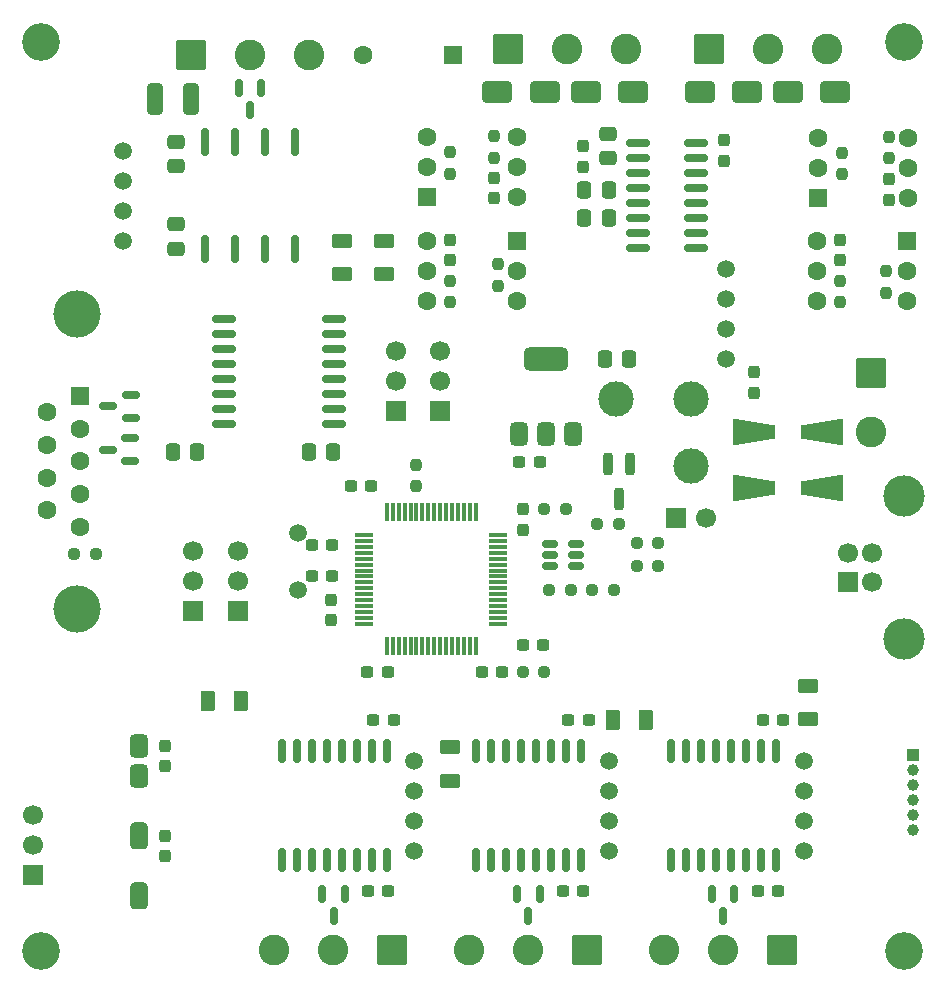
<source format=gbr>
%TF.GenerationSoftware,KiCad,Pcbnew,9.0.0*%
%TF.CreationDate,2025-03-21T17:04:22+03:00*%
%TF.ProjectId,many485,6d616e79-3438-4352-9e6b-696361645f70,rev?*%
%TF.SameCoordinates,Original*%
%TF.FileFunction,Soldermask,Top*%
%TF.FilePolarity,Negative*%
%FSLAX46Y46*%
G04 Gerber Fmt 4.6, Leading zero omitted, Abs format (unit mm)*
G04 Created by KiCad (PCBNEW 9.0.0) date 2025-03-21 17:04:22*
%MOMM*%
%LPD*%
G01*
G04 APERTURE LIST*
G04 Aperture macros list*
%AMRoundRect*
0 Rectangle with rounded corners*
0 $1 Rounding radius*
0 $2 $3 $4 $5 $6 $7 $8 $9 X,Y pos of 4 corners*
0 Add a 4 corners polygon primitive as box body*
4,1,4,$2,$3,$4,$5,$6,$7,$8,$9,$2,$3,0*
0 Add four circle primitives for the rounded corners*
1,1,$1+$1,$2,$3*
1,1,$1+$1,$4,$5*
1,1,$1+$1,$6,$7*
1,1,$1+$1,$8,$9*
0 Add four rect primitives between the rounded corners*
20,1,$1+$1,$2,$3,$4,$5,0*
20,1,$1+$1,$4,$5,$6,$7,0*
20,1,$1+$1,$6,$7,$8,$9,0*
20,1,$1+$1,$8,$9,$2,$3,0*%
%AMOutline4P*
0 Free polygon, 4 corners , with rotation*
0 The origin of the aperture is its center*
0 number of corners: always 4*
0 $1 to $8 corner X, Y*
0 $9 Rotation angle, in degrees counterclockwise*
0 create outline with 4 corners*
4,1,4,$1,$2,$3,$4,$5,$6,$7,$8,$1,$2,$9*%
G04 Aperture macros list end*
%ADD10C,3.000000*%
%ADD11RoundRect,0.250000X-1.050000X1.050000X-1.050000X-1.050000X1.050000X-1.050000X1.050000X1.050000X0*%
%ADD12C,2.600000*%
%ADD13RoundRect,0.075000X-0.700000X-0.075000X0.700000X-0.075000X0.700000X0.075000X-0.700000X0.075000X0*%
%ADD14RoundRect,0.075000X-0.075000X-0.700000X0.075000X-0.700000X0.075000X0.700000X-0.075000X0.700000X0*%
%ADD15RoundRect,0.150000X-0.825000X-0.150000X0.825000X-0.150000X0.825000X0.150000X-0.825000X0.150000X0*%
%ADD16R,1.700000X1.700000*%
%ADD17C,1.700000*%
%ADD18RoundRect,0.250000X-1.050000X-1.050000X1.050000X-1.050000X1.050000X1.050000X-1.050000X1.050000X0*%
%ADD19RoundRect,0.250000X1.050000X1.050000X-1.050000X1.050000X-1.050000X-1.050000X1.050000X-1.050000X0*%
%ADD20R,1.000000X1.000000*%
%ADD21C,1.000000*%
%ADD22RoundRect,0.162500X0.162500X-1.012500X0.162500X1.012500X-0.162500X1.012500X-0.162500X-1.012500X0*%
%ADD23RoundRect,0.150000X-0.512500X-0.150000X0.512500X-0.150000X0.512500X0.150000X-0.512500X0.150000X0*%
%ADD24RoundRect,0.150000X-0.150000X0.875000X-0.150000X-0.875000X0.150000X-0.875000X0.150000X0.875000X0*%
%ADD25RoundRect,0.150000X0.875000X0.150000X-0.875000X0.150000X-0.875000X-0.150000X0.875000X-0.150000X0*%
%ADD26RoundRect,0.150000X0.587500X0.150000X-0.587500X0.150000X-0.587500X-0.150000X0.587500X-0.150000X0*%
%ADD27RoundRect,0.150000X-0.150000X0.587500X-0.150000X-0.587500X0.150000X-0.587500X0.150000X0.587500X0*%
%ADD28RoundRect,0.237500X0.237500X-0.300000X0.237500X0.300000X-0.237500X0.300000X-0.237500X-0.300000X0*%
%ADD29RoundRect,0.250000X-1.000000X-0.650000X1.000000X-0.650000X1.000000X0.650000X-1.000000X0.650000X0*%
%ADD30RoundRect,0.250000X-0.625000X0.375000X-0.625000X-0.375000X0.625000X-0.375000X0.625000X0.375000X0*%
%ADD31RoundRect,0.250000X0.337500X0.475000X-0.337500X0.475000X-0.337500X-0.475000X0.337500X-0.475000X0*%
%ADD32RoundRect,0.250000X-0.475000X0.337500X-0.475000X-0.337500X0.475000X-0.337500X0.475000X0.337500X0*%
%ADD33RoundRect,0.237500X-0.300000X-0.237500X0.300000X-0.237500X0.300000X0.237500X-0.300000X0.237500X0*%
%ADD34RoundRect,0.250000X0.375000X0.625000X-0.375000X0.625000X-0.375000X-0.625000X0.375000X-0.625000X0*%
%ADD35RoundRect,0.375000X0.375000X-0.625000X0.375000X0.625000X-0.375000X0.625000X-0.375000X-0.625000X0*%
%ADD36RoundRect,0.500000X1.400000X-0.500000X1.400000X0.500000X-1.400000X0.500000X-1.400000X-0.500000X0*%
%ADD37C,3.200000*%
%ADD38RoundRect,0.237500X-0.250000X-0.237500X0.250000X-0.237500X0.250000X0.237500X-0.250000X0.237500X0*%
%ADD39RoundRect,0.237500X0.300000X0.237500X-0.300000X0.237500X-0.300000X-0.237500X0.300000X-0.237500X0*%
%ADD40RoundRect,0.237500X-0.237500X0.300000X-0.237500X-0.300000X0.237500X-0.300000X0.237500X0.300000X0*%
%ADD41RoundRect,0.237500X-0.237500X0.250000X-0.237500X-0.250000X0.237500X-0.250000X0.237500X0.250000X0*%
%ADD42RoundRect,0.200000X-0.200000X0.750000X-0.200000X-0.750000X0.200000X-0.750000X0.200000X0.750000X0*%
%ADD43RoundRect,0.250000X0.625000X-0.375000X0.625000X0.375000X-0.625000X0.375000X-0.625000X-0.375000X0*%
%ADD44RoundRect,0.250000X0.400000X1.075000X-0.400000X1.075000X-0.400000X-1.075000X0.400000X-1.075000X0*%
%ADD45RoundRect,0.237500X0.237500X-0.250000X0.237500X0.250000X-0.237500X0.250000X-0.237500X-0.250000X0*%
%ADD46RoundRect,0.237500X0.250000X0.237500X-0.250000X0.237500X-0.250000X-0.237500X0.250000X-0.237500X0*%
%ADD47Outline4P,-1.800000X-1.150000X1.800000X-0.550000X1.800000X0.550000X-1.800000X1.150000X0.000000*%
%ADD48Outline4P,-1.800000X-1.150000X1.800000X-0.550000X1.800000X0.550000X-1.800000X1.150000X180.000000*%
%ADD49RoundRect,0.250000X0.475000X-0.337500X0.475000X0.337500X-0.475000X0.337500X-0.475000X-0.337500X0*%
%ADD50RoundRect,0.250000X-0.337500X-0.475000X0.337500X-0.475000X0.337500X0.475000X-0.337500X0.475000X0*%
%ADD51C,1.500000*%
%ADD52RoundRect,0.250000X0.550000X0.550000X-0.550000X0.550000X-0.550000X-0.550000X0.550000X-0.550000X0*%
%ADD53C,1.600000*%
%ADD54RoundRect,0.250000X-0.550000X-0.550000X0.550000X-0.550000X0.550000X0.550000X-0.550000X0.550000X0*%
%ADD55RoundRect,0.381000X-0.381000X0.619000X-0.381000X-0.619000X0.381000X-0.619000X0.381000X0.619000X0*%
%ADD56RoundRect,0.381000X-0.381000X0.762000X-0.381000X-0.762000X0.381000X-0.762000X0.381000X0.762000X0*%
%ADD57C,4.000000*%
%ADD58R,1.600000X1.600000*%
%ADD59C,3.500000*%
G04 APERTURE END LIST*
D10*
%TO.C,TP1*%
X122631200Y-67767200D03*
%TD*%
%TO.C,TP3*%
X129032000Y-73406000D03*
%TD*%
%TO.C,TP2*%
X128981200Y-67716400D03*
%TD*%
D11*
%TO.C,J9*%
X144241300Y-65521200D03*
D12*
X144241300Y-70521200D03*
%TD*%
D13*
%TO.C,U6*%
X101325000Y-79250000D03*
X101325000Y-79750000D03*
X101325000Y-80250000D03*
X101325000Y-80750000D03*
X101325000Y-81250000D03*
X101325000Y-81750000D03*
X101325000Y-82250000D03*
X101325000Y-82750000D03*
X101325000Y-83250000D03*
X101325000Y-83750000D03*
X101325000Y-84250000D03*
X101325000Y-84750000D03*
X101325000Y-85250000D03*
X101325000Y-85750000D03*
X101325000Y-86250000D03*
X101325000Y-86750000D03*
D14*
X103250000Y-88675000D03*
X103750000Y-88675000D03*
X104250000Y-88675000D03*
X104750000Y-88675000D03*
X105250000Y-88675000D03*
X105750000Y-88675000D03*
X106250000Y-88675000D03*
X106750000Y-88675000D03*
X107250000Y-88675000D03*
X107750000Y-88675000D03*
X108250000Y-88675000D03*
X108750000Y-88675000D03*
X109250000Y-88675000D03*
X109750000Y-88675000D03*
X110250000Y-88675000D03*
X110750000Y-88675000D03*
D13*
X112675000Y-86750000D03*
X112675000Y-86250000D03*
X112675000Y-85750000D03*
X112675000Y-85250000D03*
X112675000Y-84750000D03*
X112675000Y-84250000D03*
X112675000Y-83750000D03*
X112675000Y-83250000D03*
X112675000Y-82750000D03*
X112675000Y-82250000D03*
X112675000Y-81750000D03*
X112675000Y-81250000D03*
X112675000Y-80750000D03*
X112675000Y-80250000D03*
X112675000Y-79750000D03*
X112675000Y-79250000D03*
D14*
X110750000Y-77325000D03*
X110250000Y-77325000D03*
X109750000Y-77325000D03*
X109250000Y-77325000D03*
X108750000Y-77325000D03*
X108250000Y-77325000D03*
X107750000Y-77325000D03*
X107250000Y-77325000D03*
X106750000Y-77325000D03*
X106250000Y-77325000D03*
X105750000Y-77325000D03*
X105250000Y-77325000D03*
X104750000Y-77325000D03*
X104250000Y-77325000D03*
X103750000Y-77325000D03*
X103250000Y-77325000D03*
%TD*%
D15*
%TO.C,U2*%
X124493400Y-46075600D03*
X124493400Y-47345600D03*
X124493400Y-48615600D03*
X124493400Y-49885600D03*
X124493400Y-51155600D03*
X124493400Y-52425600D03*
X124493400Y-53695600D03*
X124493400Y-54965600D03*
X129443400Y-54965600D03*
X129443400Y-53695600D03*
X129443400Y-52425600D03*
X129443400Y-51155600D03*
X129443400Y-49885600D03*
X129443400Y-48615600D03*
X129443400Y-47345600D03*
X129443400Y-46075600D03*
%TD*%
D16*
%TO.C,JP3*%
X127711200Y-77825600D03*
D17*
X130251200Y-77825600D03*
%TD*%
D16*
%TO.C,JP2*%
X104038400Y-68732400D03*
D17*
X104038400Y-66192400D03*
X104038400Y-63652400D03*
%TD*%
D16*
%TO.C,JP5*%
X86800000Y-85700000D03*
D17*
X86800000Y-83160000D03*
X86800000Y-80620000D03*
%TD*%
D16*
%TO.C,JP6*%
X73304400Y-108000800D03*
D17*
X73304400Y-105460800D03*
X73304400Y-102920800D03*
%TD*%
D16*
%TO.C,JP1*%
X107746800Y-68732400D03*
D17*
X107746800Y-66192400D03*
X107746800Y-63652400D03*
%TD*%
D16*
%TO.C,JP4*%
X90600000Y-85700000D03*
D17*
X90600000Y-83160000D03*
X90600000Y-80620000D03*
%TD*%
D18*
%TO.C,J7*%
X113486600Y-38083600D03*
D12*
X118486600Y-38083600D03*
X123486600Y-38083600D03*
%TD*%
D19*
%TO.C,J13*%
X120179200Y-114374500D03*
D12*
X115179200Y-114374500D03*
X110179200Y-114374500D03*
%TD*%
D19*
%TO.C,J14*%
X103679200Y-114374500D03*
D12*
X98679200Y-114374500D03*
X93679200Y-114374500D03*
%TD*%
D19*
%TO.C,J12*%
X136679200Y-114374500D03*
D12*
X131679200Y-114374500D03*
X126679200Y-114374500D03*
%TD*%
D18*
%TO.C,J6*%
X130486600Y-38083600D03*
D12*
X135486600Y-38083600D03*
X140486600Y-38083600D03*
%TD*%
D18*
%TO.C,J8*%
X86669500Y-38603500D03*
D12*
X91669500Y-38603500D03*
X96669500Y-38603500D03*
%TD*%
D20*
%TO.C,J3*%
X147750000Y-97900000D03*
D21*
X147750000Y-99170000D03*
X147750000Y-100440000D03*
X147750000Y-101710000D03*
X147750000Y-102980000D03*
X147750000Y-104250000D03*
%TD*%
D22*
%TO.C,U1*%
X87858700Y-55010100D03*
X90398700Y-55010100D03*
X92938700Y-55010100D03*
X95478700Y-55010100D03*
X95478700Y-45960100D03*
X92938700Y-45960100D03*
X90398700Y-45960100D03*
X87858700Y-45960100D03*
%TD*%
D23*
%TO.C,U5*%
X117023300Y-79974400D03*
X117023300Y-80924400D03*
X117023300Y-81874400D03*
X119298300Y-81874400D03*
X119298300Y-80924400D03*
X119298300Y-79974400D03*
%TD*%
D24*
%TO.C,U7*%
X103220000Y-97500000D03*
X101950000Y-97500000D03*
X100680000Y-97500000D03*
X99410000Y-97500000D03*
X98140000Y-97500000D03*
X96870000Y-97500000D03*
X95600000Y-97500000D03*
X94330000Y-97500000D03*
X94330000Y-106800000D03*
X95600000Y-106800000D03*
X96870000Y-106800000D03*
X98140000Y-106800000D03*
X99410000Y-106800000D03*
X100680000Y-106800000D03*
X101950000Y-106800000D03*
X103220000Y-106800000D03*
%TD*%
%TO.C,U8*%
X119720000Y-97500000D03*
X118450000Y-97500000D03*
X117180000Y-97500000D03*
X115910000Y-97500000D03*
X114640000Y-97500000D03*
X113370000Y-97500000D03*
X112100000Y-97500000D03*
X110830000Y-97500000D03*
X110830000Y-106800000D03*
X112100000Y-106800000D03*
X113370000Y-106800000D03*
X114640000Y-106800000D03*
X115910000Y-106800000D03*
X117180000Y-106800000D03*
X118450000Y-106800000D03*
X119720000Y-106800000D03*
%TD*%
D25*
%TO.C,U3*%
X98731600Y-69832400D03*
X98731600Y-68562400D03*
X98731600Y-67292400D03*
X98731600Y-66022400D03*
X98731600Y-64752400D03*
X98731600Y-63482400D03*
X98731600Y-62212400D03*
X98731600Y-60942400D03*
X89431600Y-60942400D03*
X89431600Y-62212400D03*
X89431600Y-63482400D03*
X89431600Y-64752400D03*
X89431600Y-66022400D03*
X89431600Y-67292400D03*
X89431600Y-68562400D03*
X89431600Y-69832400D03*
%TD*%
D24*
%TO.C,U9*%
X136220000Y-97500000D03*
X134950000Y-97500000D03*
X133680000Y-97500000D03*
X132410000Y-97500000D03*
X131140000Y-97500000D03*
X129870000Y-97500000D03*
X128600000Y-97500000D03*
X127330000Y-97500000D03*
X127330000Y-106800000D03*
X128600000Y-106800000D03*
X129870000Y-106800000D03*
X131140000Y-106800000D03*
X132410000Y-106800000D03*
X133680000Y-106800000D03*
X134950000Y-106800000D03*
X136220000Y-106800000D03*
%TD*%
D26*
%TO.C,D6*%
X81542600Y-69313200D03*
X81542600Y-67413200D03*
X79667600Y-68363200D03*
%TD*%
D27*
%TO.C,D11*%
X116177000Y-109655500D03*
X114277000Y-109655500D03*
X115227000Y-111530500D03*
%TD*%
%TO.C,D10*%
X99677000Y-109655500D03*
X97777000Y-109655500D03*
X98727000Y-111530500D03*
%TD*%
%TO.C,D12*%
X132677000Y-109655500D03*
X130777000Y-109655500D03*
X131727000Y-111530500D03*
%TD*%
D26*
%TO.C,D8*%
X81491800Y-72970800D03*
X81491800Y-71070800D03*
X79616800Y-72020800D03*
%TD*%
D27*
%TO.C,D1*%
X92603500Y-41396500D03*
X90703500Y-41396500D03*
X91653500Y-43271500D03*
%TD*%
D28*
%TO.C,C18*%
X114808000Y-78790800D03*
X114808000Y-77065800D03*
%TD*%
D29*
%TO.C,D2*%
X112591000Y-41706800D03*
X116591000Y-41706800D03*
%TD*%
D30*
%TO.C,F6*%
X108559600Y-97231200D03*
X108559600Y-100031200D03*
%TD*%
D31*
%TO.C,C14*%
X87172800Y-72186800D03*
X85097800Y-72186800D03*
%TD*%
D32*
%TO.C,C9*%
X85369500Y-52919700D03*
X85369500Y-54994700D03*
%TD*%
D33*
%TO.C,C25*%
X102095000Y-94923500D03*
X103820000Y-94923500D03*
%TD*%
%TO.C,C20*%
X96875600Y-82753200D03*
X98600600Y-82753200D03*
%TD*%
D34*
%TO.C,F5*%
X125199000Y-94923500D03*
X122399000Y-94923500D03*
%TD*%
D35*
%TO.C,U4*%
X114438400Y-70663600D03*
X116738400Y-70663600D03*
D36*
X116738400Y-64363600D03*
D35*
X119038400Y-70663600D03*
%TD*%
D37*
%TO.C,J1*%
X74000000Y-37500000D03*
%TD*%
D28*
%TO.C,C7*%
X145745200Y-50850800D03*
X145745200Y-49125800D03*
%TD*%
D38*
%TO.C,R11*%
X116586000Y-77063600D03*
X118411000Y-77063600D03*
%TD*%
D39*
%TO.C,C16*%
X116177400Y-73050400D03*
X114452400Y-73050400D03*
%TD*%
%TO.C,C30*%
X103365000Y-109401500D03*
X101640000Y-109401500D03*
%TD*%
D40*
%TO.C,C10*%
X108610400Y-54254400D03*
X108610400Y-55979400D03*
%TD*%
D41*
%TO.C,R2*%
X112328800Y-45466000D03*
X112328800Y-47291000D03*
%TD*%
D42*
%TO.C,Q1*%
X123835200Y-73200000D03*
X121935200Y-73200000D03*
X122885200Y-76200000D03*
%TD*%
D31*
%TO.C,C6*%
X122026600Y-50038000D03*
X119951600Y-50038000D03*
%TD*%
D43*
%TO.C,F1*%
X99466400Y-57156000D03*
X99466400Y-54356000D03*
%TD*%
D44*
%TO.C,R1*%
X86691500Y-42357100D03*
X83591500Y-42357100D03*
%TD*%
D29*
%TO.C,D3*%
X120071800Y-41706800D03*
X124071800Y-41706800D03*
%TD*%
D34*
%TO.C,F3*%
X90932000Y-93268800D03*
X88132000Y-93268800D03*
%TD*%
D33*
%TO.C,C19*%
X96877800Y-80111600D03*
X98602800Y-80111600D03*
%TD*%
D30*
%TO.C,F4*%
X138887200Y-91992800D03*
X138887200Y-94792800D03*
%TD*%
D41*
%TO.C,R3*%
X145745200Y-45516800D03*
X145745200Y-47341800D03*
%TD*%
D45*
%TO.C,R9*%
X141579600Y-59537600D03*
X141579600Y-57712600D03*
%TD*%
D40*
%TO.C,C3*%
X119842200Y-46329600D03*
X119842200Y-48054600D03*
%TD*%
D45*
%TO.C,R10*%
X105714800Y-75133200D03*
X105714800Y-73308200D03*
%TD*%
D39*
%TO.C,C32*%
X136365000Y-109401500D03*
X134640000Y-109401500D03*
%TD*%
D33*
%TO.C,C24*%
X111305000Y-90881200D03*
X113030000Y-90881200D03*
%TD*%
D29*
%TO.C,D5*%
X137178200Y-41757600D03*
X141178200Y-41757600D03*
%TD*%
D38*
%TO.C,R17*%
X120651900Y-83870800D03*
X122476900Y-83870800D03*
%TD*%
D37*
%TO.C,J5*%
X147000000Y-114500000D03*
%TD*%
D33*
%TO.C,C27*%
X135095000Y-94923500D03*
X136820000Y-94923500D03*
%TD*%
D39*
%TO.C,C17*%
X101904800Y-75082400D03*
X100179800Y-75082400D03*
%TD*%
D46*
%TO.C,R16*%
X118821200Y-83870800D03*
X116996200Y-83870800D03*
%TD*%
%TO.C,R14*%
X78598900Y-80860000D03*
X76773900Y-80860000D03*
%TD*%
D41*
%TO.C,R4*%
X108620400Y-46837600D03*
X108620400Y-48662600D03*
%TD*%
D28*
%TO.C,C13*%
X134315200Y-67206200D03*
X134315200Y-65481200D03*
%TD*%
D39*
%TO.C,C31*%
X119865000Y-109401500D03*
X118140000Y-109401500D03*
%TD*%
%TO.C,C22*%
X116484400Y-88595200D03*
X114759400Y-88595200D03*
%TD*%
D45*
%TO.C,R8*%
X108610400Y-59537600D03*
X108610400Y-57712600D03*
%TD*%
D37*
%TO.C,J4*%
X74000000Y-114500000D03*
%TD*%
D47*
%TO.C,D9*%
X134306400Y-75234800D03*
D48*
X140106400Y-75234800D03*
%TD*%
D49*
%TO.C,C1*%
X121925000Y-47345600D03*
X121925000Y-45270600D03*
%TD*%
D46*
%TO.C,R13*%
X126234200Y-79959200D03*
X124409200Y-79959200D03*
%TD*%
D41*
%TO.C,R6*%
X112623600Y-56341000D03*
X112623600Y-58166000D03*
%TD*%
D32*
%TO.C,C2*%
X85369500Y-45960100D03*
X85369500Y-48035100D03*
%TD*%
D45*
%TO.C,R5*%
X141792800Y-48715300D03*
X141792800Y-46890300D03*
%TD*%
D33*
%TO.C,C26*%
X118595000Y-94923500D03*
X120320000Y-94923500D03*
%TD*%
D40*
%TO.C,C21*%
X98552000Y-84734400D03*
X98552000Y-86459400D03*
%TD*%
D50*
%TO.C,C12*%
X121673800Y-64363600D03*
X123748800Y-64363600D03*
%TD*%
D47*
%TO.C,D7*%
X134306400Y-70510400D03*
D48*
X140106400Y-70510400D03*
%TD*%
D50*
%TO.C,C8*%
X119951600Y-52425600D03*
X122026600Y-52425600D03*
%TD*%
D40*
%TO.C,C29*%
X84500000Y-104700000D03*
X84500000Y-106425000D03*
%TD*%
D33*
%TO.C,C23*%
X101602200Y-90881200D03*
X103327200Y-90881200D03*
%TD*%
D43*
%TO.C,F2*%
X103022400Y-57156000D03*
X103022400Y-54356000D03*
%TD*%
D28*
%TO.C,C5*%
X112328800Y-50749200D03*
X112328800Y-49024200D03*
%TD*%
D45*
%TO.C,R7*%
X145491200Y-58724800D03*
X145491200Y-56899800D03*
%TD*%
D46*
%TO.C,R15*%
X126234200Y-81838800D03*
X124409200Y-81838800D03*
%TD*%
D50*
%TO.C,C15*%
X96629400Y-72186800D03*
X98704400Y-72186800D03*
%TD*%
D29*
%TO.C,D4*%
X129774600Y-41757600D03*
X133774600Y-41757600D03*
%TD*%
D28*
%TO.C,C28*%
X84500000Y-98802800D03*
X84500000Y-97077800D03*
%TD*%
D40*
%TO.C,C4*%
X131780200Y-45821600D03*
X131780200Y-47546600D03*
%TD*%
D37*
%TO.C,J2*%
X147000000Y-37500000D03*
%TD*%
D46*
%TO.C,R12*%
X122881400Y-78333600D03*
X121056400Y-78333600D03*
%TD*%
%TO.C,R18*%
X116582200Y-90881200D03*
X114757200Y-90881200D03*
%TD*%
D40*
%TO.C,C11*%
X141579600Y-54254400D03*
X141579600Y-55979400D03*
%TD*%
D51*
%TO.C,Q2*%
X80899100Y-54342100D03*
X80899100Y-51802100D03*
X80899100Y-49262100D03*
X80899100Y-46722100D03*
%TD*%
D52*
%TO.C,U13*%
X114249200Y-54356000D03*
D53*
X114249200Y-56896000D03*
X114249200Y-59436000D03*
X106629200Y-59436000D03*
X106629200Y-56896000D03*
X106629200Y-54356000D03*
%TD*%
D54*
%TO.C,U11*%
X106639200Y-50647600D03*
D53*
X106639200Y-48107600D03*
X106639200Y-45567600D03*
X114259200Y-45567600D03*
X114259200Y-48107600D03*
X114259200Y-50647600D03*
%TD*%
D52*
%TO.C,SW1*%
X108805000Y-38585000D03*
D53*
X101185000Y-38585000D03*
%TD*%
D51*
%TO.C,Q3*%
X131973400Y-64363600D03*
X131973400Y-61823600D03*
X131973400Y-59283600D03*
X131973400Y-56743600D03*
%TD*%
%TO.C,Y1*%
X95758000Y-79033200D03*
X95758000Y-83913200D03*
%TD*%
%TO.C,Q7*%
X105582000Y-98370900D03*
X105582000Y-100910900D03*
X105582000Y-103450900D03*
X105582000Y-105990900D03*
%TD*%
D55*
%TO.C,Q4*%
X82288800Y-97078600D03*
X82288800Y-99618600D03*
D56*
X82288800Y-104698600D03*
X82288800Y-109778600D03*
%TD*%
D52*
%TO.C,U12*%
X147269200Y-54356000D03*
D53*
X147269200Y-56896000D03*
X147269200Y-59436000D03*
X139649200Y-59436000D03*
X139649200Y-56896000D03*
X139649200Y-54356000D03*
%TD*%
D51*
%TO.C,Q5*%
X138582000Y-98370900D03*
X138582000Y-100910900D03*
X138582000Y-103450900D03*
X138582000Y-105990900D03*
%TD*%
D57*
%TO.C,J10*%
X77000000Y-85500000D03*
X77000000Y-60500000D03*
D58*
X77300000Y-67460000D03*
D53*
X77300000Y-70230000D03*
X77300000Y-73000000D03*
X77300000Y-75770000D03*
X77300000Y-78540000D03*
X74460000Y-68845000D03*
X74460000Y-71615000D03*
X74460000Y-74385000D03*
X74460000Y-77155000D03*
%TD*%
D16*
%TO.C,J11*%
X142317300Y-83241200D03*
D17*
X142317300Y-80741200D03*
X144317300Y-80741200D03*
X144317300Y-83241200D03*
D59*
X147027300Y-75971200D03*
X147027300Y-88011200D03*
%TD*%
D54*
%TO.C,U10*%
X139760800Y-50698400D03*
D53*
X139760800Y-48158400D03*
X139760800Y-45618400D03*
X147380800Y-45618400D03*
X147380800Y-48158400D03*
X147380800Y-50698400D03*
%TD*%
D51*
%TO.C,Q6*%
X122082000Y-98370900D03*
X122082000Y-100910900D03*
X122082000Y-103450900D03*
X122082000Y-105990900D03*
%TD*%
M02*

</source>
